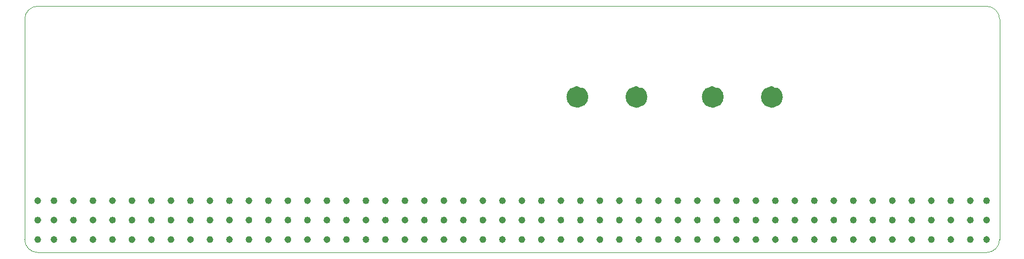
<source format=gbr>
%TF.GenerationSoftware,KiCad,Pcbnew,7.0.2*%
%TF.CreationDate,2023-10-27T11:19:11-06:00*%
%TF.ProjectId,TTW_AT_90,5454575f-4154-45f3-9930-2e6b69636164,rev?*%
%TF.SameCoordinates,Original*%
%TF.FileFunction,Profile,NP*%
%FSLAX46Y46*%
G04 Gerber Fmt 4.6, Leading zero omitted, Abs format (unit mm)*
G04 Created by KiCad (PCBNEW 7.0.2) date 2023-10-27 11:19:11*
%MOMM*%
%LPD*%
G01*
G04 APERTURE LIST*
%TA.AperFunction,Profile*%
%ADD10C,0.550000*%
%TD*%
%TA.AperFunction,Profile*%
%ADD11C,0.100000*%
%TD*%
%TA.AperFunction,Profile*%
%ADD12C,1.675000*%
%TD*%
G04 APERTURE END LIST*
D10*
X76775000Y-36000000D02*
G75*
G03*
X76775000Y-36000000I-275000J0D01*
G01*
X142775000Y-36000000D02*
G75*
G03*
X142775000Y-36000000I-275000J0D01*
G01*
X7775000Y-36000000D02*
G75*
G03*
X7775000Y-36000000I-275000J0D01*
G01*
X118775000Y-33000000D02*
G75*
G03*
X118775000Y-33000000I-275000J0D01*
G01*
X49775000Y-36000000D02*
G75*
G03*
X49775000Y-36000000I-275000J0D01*
G01*
X112775000Y-30000000D02*
G75*
G03*
X112775000Y-30000000I-275000J0D01*
G01*
D11*
X150000000Y-2000000D02*
G75*
G03*
X148000000Y0I-2000000J0D01*
G01*
X148000000Y-38000000D02*
X2000000Y-38000000D01*
D10*
X55775000Y-33000000D02*
G75*
G03*
X55775000Y-33000000I-275000J0D01*
G01*
X61775000Y-33000000D02*
G75*
G03*
X61775000Y-33000000I-275000J0D01*
G01*
X52775000Y-30000000D02*
G75*
G03*
X52775000Y-30000000I-275000J0D01*
G01*
X148275000Y-33000000D02*
G75*
G03*
X148275000Y-33000000I-275000J0D01*
G01*
X34775000Y-36000000D02*
G75*
G03*
X34775000Y-36000000I-275000J0D01*
G01*
X25775000Y-33000000D02*
G75*
G03*
X25775000Y-33000000I-275000J0D01*
G01*
X58775000Y-36000000D02*
G75*
G03*
X58775000Y-36000000I-275000J0D01*
G01*
X139775000Y-36000000D02*
G75*
G03*
X139775000Y-36000000I-275000J0D01*
G01*
X121775000Y-30000000D02*
G75*
G03*
X121775000Y-30000000I-275000J0D01*
G01*
X145775000Y-30000000D02*
G75*
G03*
X145775000Y-30000000I-275000J0D01*
G01*
X43775000Y-36000000D02*
G75*
G03*
X43775000Y-36000000I-275000J0D01*
G01*
X94775000Y-30000000D02*
G75*
G03*
X94775000Y-30000000I-275000J0D01*
G01*
X31775000Y-36000000D02*
G75*
G03*
X31775000Y-36000000I-275000J0D01*
G01*
X91775000Y-36000000D02*
G75*
G03*
X91775000Y-36000000I-275000J0D01*
G01*
X67775000Y-36000000D02*
G75*
G03*
X67775000Y-36000000I-275000J0D01*
G01*
X16775000Y-36000000D02*
G75*
G03*
X16775000Y-36000000I-275000J0D01*
G01*
X10775000Y-30000000D02*
G75*
G03*
X10775000Y-30000000I-275000J0D01*
G01*
X55775000Y-30000000D02*
G75*
G03*
X55775000Y-30000000I-275000J0D01*
G01*
X106775000Y-30000000D02*
G75*
G03*
X106775000Y-30000000I-275000J0D01*
G01*
X133775000Y-36000000D02*
G75*
G03*
X133775000Y-36000000I-275000J0D01*
G01*
X106775000Y-36000000D02*
G75*
G03*
X106775000Y-36000000I-275000J0D01*
G01*
X133775000Y-30000000D02*
G75*
G03*
X133775000Y-30000000I-275000J0D01*
G01*
X2275000Y-33000000D02*
G75*
G03*
X2275000Y-33000000I-275000J0D01*
G01*
X31775000Y-30000000D02*
G75*
G03*
X31775000Y-30000000I-275000J0D01*
G01*
X109775000Y-33000000D02*
G75*
G03*
X109775000Y-33000000I-275000J0D01*
G01*
D11*
X2000000Y0D02*
X148000000Y0D01*
D10*
X28775000Y-30000000D02*
G75*
G03*
X28775000Y-30000000I-275000J0D01*
G01*
X88775000Y-30000000D02*
G75*
G03*
X88775000Y-30000000I-275000J0D01*
G01*
X73775000Y-30000000D02*
G75*
G03*
X73775000Y-30000000I-275000J0D01*
G01*
X133775000Y-33000000D02*
G75*
G03*
X133775000Y-33000000I-275000J0D01*
G01*
X7775000Y-30000000D02*
G75*
G03*
X7775000Y-30000000I-275000J0D01*
G01*
X70775000Y-36000000D02*
G75*
G03*
X70775000Y-36000000I-275000J0D01*
G01*
X49775000Y-33000000D02*
G75*
G03*
X49775000Y-33000000I-275000J0D01*
G01*
X148275000Y-36000000D02*
G75*
G03*
X148275000Y-36000000I-275000J0D01*
G01*
X85775000Y-33000000D02*
G75*
G03*
X85775000Y-33000000I-275000J0D01*
G01*
X94775000Y-33000000D02*
G75*
G03*
X94775000Y-33000000I-275000J0D01*
G01*
X127775000Y-36000000D02*
G75*
G03*
X127775000Y-36000000I-275000J0D01*
G01*
X19775000Y-36000000D02*
G75*
G03*
X19775000Y-36000000I-275000J0D01*
G01*
X124775000Y-30000000D02*
G75*
G03*
X124775000Y-30000000I-275000J0D01*
G01*
X64775000Y-36000000D02*
G75*
G03*
X64775000Y-36000000I-275000J0D01*
G01*
X85775000Y-36000000D02*
G75*
G03*
X85775000Y-36000000I-275000J0D01*
G01*
X67775000Y-30000000D02*
G75*
G03*
X67775000Y-30000000I-275000J0D01*
G01*
X73775000Y-36000000D02*
G75*
G03*
X73775000Y-36000000I-275000J0D01*
G01*
X16775000Y-33000000D02*
G75*
G03*
X16775000Y-33000000I-275000J0D01*
G01*
X109775000Y-30000000D02*
G75*
G03*
X109775000Y-30000000I-275000J0D01*
G01*
X139775000Y-30000000D02*
G75*
G03*
X139775000Y-30000000I-275000J0D01*
G01*
X70775000Y-33000000D02*
G75*
G03*
X70775000Y-33000000I-275000J0D01*
G01*
X91775000Y-30000000D02*
G75*
G03*
X91775000Y-30000000I-275000J0D01*
G01*
X22775000Y-33000000D02*
G75*
G03*
X22775000Y-33000000I-275000J0D01*
G01*
X52775000Y-36000000D02*
G75*
G03*
X52775000Y-36000000I-275000J0D01*
G01*
X121775000Y-36000000D02*
G75*
G03*
X121775000Y-36000000I-275000J0D01*
G01*
X115775000Y-30000000D02*
G75*
G03*
X115775000Y-30000000I-275000J0D01*
G01*
X103775000Y-36000000D02*
G75*
G03*
X103775000Y-36000000I-275000J0D01*
G01*
X34775000Y-30000000D02*
G75*
G03*
X34775000Y-30000000I-275000J0D01*
G01*
X115775000Y-33000000D02*
G75*
G03*
X115775000Y-33000000I-275000J0D01*
G01*
X130775000Y-33000000D02*
G75*
G03*
X130775000Y-33000000I-275000J0D01*
G01*
X37775000Y-30000000D02*
G75*
G03*
X37775000Y-30000000I-275000J0D01*
G01*
X142775000Y-30000000D02*
G75*
G03*
X142775000Y-30000000I-275000J0D01*
G01*
X4775000Y-30000000D02*
G75*
G03*
X4775000Y-30000000I-275000J0D01*
G01*
X70775000Y-30000000D02*
G75*
G03*
X70775000Y-30000000I-275000J0D01*
G01*
X130775000Y-30000000D02*
G75*
G03*
X130775000Y-30000000I-275000J0D01*
G01*
X25775000Y-36000000D02*
G75*
G03*
X25775000Y-36000000I-275000J0D01*
G01*
X118775000Y-36000000D02*
G75*
G03*
X118775000Y-36000000I-275000J0D01*
G01*
X103775000Y-30000000D02*
G75*
G03*
X103775000Y-30000000I-275000J0D01*
G01*
X49775000Y-30000000D02*
G75*
G03*
X49775000Y-30000000I-275000J0D01*
G01*
X76775000Y-30000000D02*
G75*
G03*
X76775000Y-30000000I-275000J0D01*
G01*
X106775000Y-33000000D02*
G75*
G03*
X106775000Y-33000000I-275000J0D01*
G01*
X13775000Y-33000000D02*
G75*
G03*
X13775000Y-33000000I-275000J0D01*
G01*
X112775000Y-33000000D02*
G75*
G03*
X112775000Y-33000000I-275000J0D01*
G01*
X79775000Y-30000000D02*
G75*
G03*
X79775000Y-30000000I-275000J0D01*
G01*
X13775000Y-30000000D02*
G75*
G03*
X13775000Y-30000000I-275000J0D01*
G01*
D11*
X2000000Y0D02*
G75*
G03*
X0Y-2000000I-1J-1999999D01*
G01*
X0Y-36000000D02*
X0Y-2000000D01*
D10*
X10775000Y-36000000D02*
G75*
G03*
X10775000Y-36000000I-275000J0D01*
G01*
X43775000Y-30000000D02*
G75*
G03*
X43775000Y-30000000I-275000J0D01*
G01*
X46775000Y-30000000D02*
G75*
G03*
X46775000Y-30000000I-275000J0D01*
G01*
X88775000Y-33000000D02*
G75*
G03*
X88775000Y-33000000I-275000J0D01*
G01*
X97775000Y-33000000D02*
G75*
G03*
X97775000Y-33000000I-275000J0D01*
G01*
X97775000Y-36000000D02*
G75*
G03*
X97775000Y-36000000I-275000J0D01*
G01*
X76775000Y-33000000D02*
G75*
G03*
X76775000Y-33000000I-275000J0D01*
G01*
X130775000Y-36000000D02*
G75*
G03*
X130775000Y-36000000I-275000J0D01*
G01*
X4775000Y-36000000D02*
G75*
G03*
X4775000Y-36000000I-275000J0D01*
G01*
X148275000Y-30000000D02*
G75*
G03*
X148275000Y-30000000I-275000J0D01*
G01*
X58775000Y-30000000D02*
G75*
G03*
X58775000Y-30000000I-275000J0D01*
G01*
X25775000Y-30000000D02*
G75*
G03*
X25775000Y-30000000I-275000J0D01*
G01*
D11*
X150000000Y-2000000D02*
X150000000Y-36000000D01*
D10*
X88775000Y-36000000D02*
G75*
G03*
X88775000Y-36000000I-275000J0D01*
G01*
X100775000Y-33000000D02*
G75*
G03*
X100775000Y-33000000I-275000J0D01*
G01*
X82775000Y-30000000D02*
G75*
G03*
X82775000Y-30000000I-275000J0D01*
G01*
X28775000Y-33000000D02*
G75*
G03*
X28775000Y-33000000I-275000J0D01*
G01*
X13775000Y-36000000D02*
G75*
G03*
X13775000Y-36000000I-275000J0D01*
G01*
X19775000Y-30000000D02*
G75*
G03*
X19775000Y-30000000I-275000J0D01*
G01*
X10775000Y-33000000D02*
G75*
G03*
X10775000Y-33000000I-275000J0D01*
G01*
X82775000Y-36000000D02*
G75*
G03*
X82775000Y-36000000I-275000J0D01*
G01*
X37775000Y-33000000D02*
G75*
G03*
X37775000Y-33000000I-275000J0D01*
G01*
X100775000Y-30000000D02*
G75*
G03*
X100775000Y-30000000I-275000J0D01*
G01*
X97775000Y-30000000D02*
G75*
G03*
X97775000Y-30000000I-275000J0D01*
G01*
X91775000Y-33000000D02*
G75*
G03*
X91775000Y-33000000I-275000J0D01*
G01*
X40775000Y-33000000D02*
G75*
G03*
X40775000Y-33000000I-275000J0D01*
G01*
X31775000Y-33000000D02*
G75*
G03*
X31775000Y-33000000I-275000J0D01*
G01*
X64775000Y-33000000D02*
G75*
G03*
X64775000Y-33000000I-275000J0D01*
G01*
X109775000Y-36000000D02*
G75*
G03*
X109775000Y-36000000I-275000J0D01*
G01*
X19775000Y-33000000D02*
G75*
G03*
X19775000Y-33000000I-275000J0D01*
G01*
X40775000Y-30000000D02*
G75*
G03*
X40775000Y-30000000I-275000J0D01*
G01*
X82775000Y-33000000D02*
G75*
G03*
X82775000Y-33000000I-275000J0D01*
G01*
X103775000Y-33000000D02*
G75*
G03*
X103775000Y-33000000I-275000J0D01*
G01*
X127775000Y-30000000D02*
G75*
G03*
X127775000Y-30000000I-275000J0D01*
G01*
X61775000Y-30000000D02*
G75*
G03*
X61775000Y-30000000I-275000J0D01*
G01*
X121775000Y-33000000D02*
G75*
G03*
X121775000Y-33000000I-275000J0D01*
G01*
X79775000Y-33000000D02*
G75*
G03*
X79775000Y-33000000I-275000J0D01*
G01*
X112775000Y-36000000D02*
G75*
G03*
X112775000Y-36000000I-275000J0D01*
G01*
X37775000Y-36000000D02*
G75*
G03*
X37775000Y-36000000I-275000J0D01*
G01*
X136775000Y-36000000D02*
G75*
G03*
X136775000Y-36000000I-275000J0D01*
G01*
X34775000Y-33000000D02*
G75*
G03*
X34775000Y-33000000I-275000J0D01*
G01*
X136775000Y-30000000D02*
G75*
G03*
X136775000Y-30000000I-275000J0D01*
G01*
X2275000Y-30000000D02*
G75*
G03*
X2275000Y-30000000I-275000J0D01*
G01*
X46775000Y-33000000D02*
G75*
G03*
X46775000Y-33000000I-275000J0D01*
G01*
X61775000Y-36000000D02*
G75*
G03*
X61775000Y-36000000I-275000J0D01*
G01*
X142775000Y-33000000D02*
G75*
G03*
X142775000Y-33000000I-275000J0D01*
G01*
X64775000Y-30000000D02*
G75*
G03*
X64775000Y-30000000I-275000J0D01*
G01*
X115775000Y-36000000D02*
G75*
G03*
X115775000Y-36000000I-275000J0D01*
G01*
X22775000Y-30000000D02*
G75*
G03*
X22775000Y-30000000I-275000J0D01*
G01*
X124775000Y-36000000D02*
G75*
G03*
X124775000Y-36000000I-275000J0D01*
G01*
X28775000Y-36000000D02*
G75*
G03*
X28775000Y-36000000I-275000J0D01*
G01*
X46775000Y-36000000D02*
G75*
G03*
X46775000Y-36000000I-275000J0D01*
G01*
X16775000Y-30000000D02*
G75*
G03*
X16775000Y-30000000I-275000J0D01*
G01*
X7775000Y-33000000D02*
G75*
G03*
X7775000Y-33000000I-275000J0D01*
G01*
X43775000Y-33000000D02*
G75*
G03*
X43775000Y-33000000I-275000J0D01*
G01*
X67775000Y-33000000D02*
G75*
G03*
X67775000Y-33000000I-275000J0D01*
G01*
X127775000Y-33000000D02*
G75*
G03*
X127775000Y-33000000I-275000J0D01*
G01*
D11*
X148000000Y-38000000D02*
G75*
G03*
X150000000Y-36000000I0J2000000D01*
G01*
D10*
X100775000Y-36000000D02*
G75*
G03*
X100775000Y-36000000I-275000J0D01*
G01*
X124775000Y-33000000D02*
G75*
G03*
X124775000Y-33000000I-275000J0D01*
G01*
X4775000Y-33000000D02*
G75*
G03*
X4775000Y-33000000I-275000J0D01*
G01*
D11*
X0Y-36000000D02*
G75*
G03*
X2000000Y-38000000I2000000J0D01*
G01*
D10*
X139775000Y-33000000D02*
G75*
G03*
X139775000Y-33000000I-275000J0D01*
G01*
X145775000Y-33000000D02*
G75*
G03*
X145775000Y-33000000I-275000J0D01*
G01*
X79775000Y-36000000D02*
G75*
G03*
X79775000Y-36000000I-275000J0D01*
G01*
X94775000Y-36000000D02*
G75*
G03*
X94775000Y-36000000I-275000J0D01*
G01*
X52775000Y-33000000D02*
G75*
G03*
X52775000Y-33000000I-275000J0D01*
G01*
X58775000Y-33000000D02*
G75*
G03*
X58775000Y-33000000I-275000J0D01*
G01*
X40775000Y-36000000D02*
G75*
G03*
X40775000Y-36000000I-275000J0D01*
G01*
X118775000Y-30000000D02*
G75*
G03*
X118775000Y-30000000I-275000J0D01*
G01*
X55775000Y-36000000D02*
G75*
G03*
X55775000Y-36000000I-275000J0D01*
G01*
X73775000Y-33000000D02*
G75*
G03*
X73775000Y-33000000I-275000J0D01*
G01*
X2275000Y-36000000D02*
G75*
G03*
X2275000Y-36000000I-275000J0D01*
G01*
X145775000Y-36000000D02*
G75*
G03*
X145775000Y-36000000I-275000J0D01*
G01*
X85775000Y-30000000D02*
G75*
G03*
X85775000Y-30000000I-275000J0D01*
G01*
X22775000Y-36000000D02*
G75*
G03*
X22775000Y-36000000I-275000J0D01*
G01*
X136775000Y-33000000D02*
G75*
G03*
X136775000Y-33000000I-275000J0D01*
G01*
%TO.C,J1*%
D12*
X115802500Y-14000000D02*
G75*
G03*
X115802500Y-14000000I-837500J0D01*
G01*
X106702500Y-14000000D02*
G75*
G03*
X106702500Y-14000000I-837500J0D01*
G01*
X94972500Y-14000000D02*
G75*
G03*
X94972500Y-14000000I-837500J0D01*
G01*
X85872500Y-14000000D02*
G75*
G03*
X85872500Y-14000000I-837500J0D01*
G01*
%TD*%
M02*

</source>
